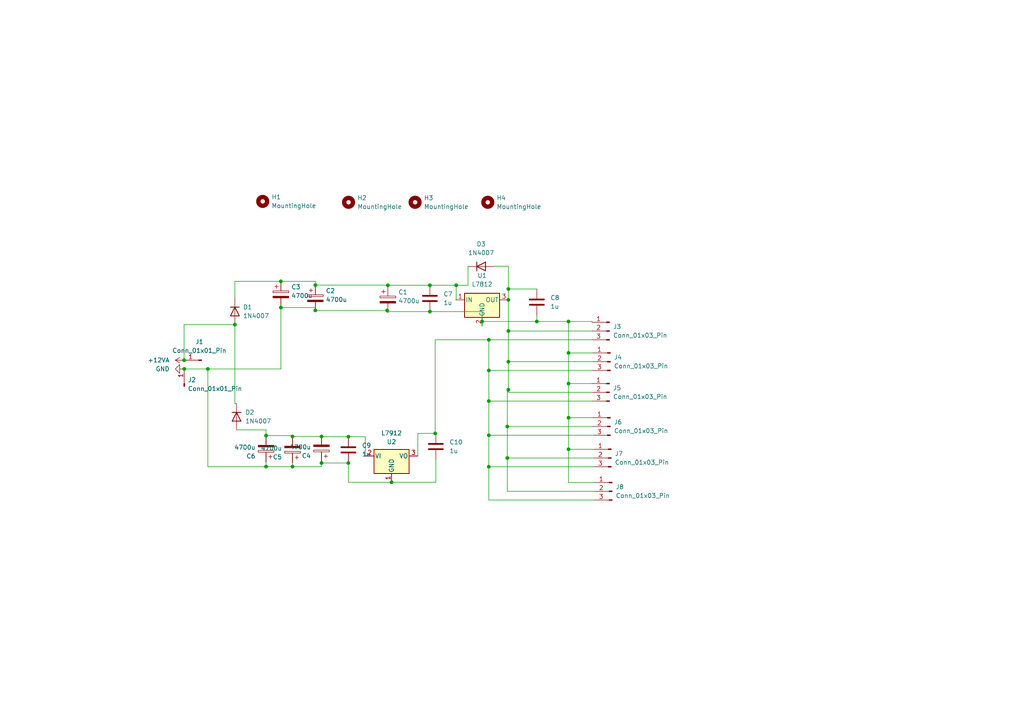
<source format=kicad_sch>
(kicad_sch (version 20230121) (generator eeschema)
  (paper "A4")
  (lib_symbols
    (symbol "Connector:Conn_01x01_Pin" (pin_names (offset 1.016) hide)
      (property "Reference" "J" (at 0 2.54 0))
      (property "Value" "Conn_01x01_Pin" (at 0 -2.54 0))
      (symbol "Conn_01x01_Pin_1_1"
        (polyline (pts (xy 1.27 0) (xy 0.8636 0)) (stroke (width 0.1524)))
        (rectangle (start 0.8636 0.127) (end 0 -0.127) (stroke (width 0.1524)) (fill (type outline)))
        (pin passive line (at 5.08 0 180) (length 3.81) (name "Pin_1") (number "1"))
      )
    )
    (symbol "Connector:Conn_01x03_Pin" (pin_names (offset 1.016) hide)
      (property "Reference" "J" (at 0 5.08 0))
      (property "Value" "Conn_01x03_Pin" (at 0 -5.08 0))
      (symbol "Conn_01x03_Pin_1_1"
        (polyline (pts (xy 1.27 -2.54) (xy 0.8636 -2.54)) (stroke (width 0.1524)))
        (polyline (pts (xy 1.27 0) (xy 0.8636 0)) (stroke (width 0.1524)))
        (polyline (pts (xy 1.27 2.54) (xy 0.8636 2.54)) (stroke (width 0.1524)))
        (rectangle (start 0.8636 -2.413) (end 0 -2.667) (stroke (width 0.1524)) (fill (type outline)))
        (rectangle (start 0.8636 0.127) (end 0 -0.127) (stroke (width 0.1524)) (fill (type outline)))
        (rectangle (start 0.8636 2.667) (end 0 2.413) (stroke (width 0.1524)) (fill (type outline)))
        (pin passive line (at 5.08 2.54 180) (length 3.81) (name "Pin_1") (number "1"))
        (pin passive line (at 5.08 0 180) (length 3.81) (name "Pin_2") (number "2"))
        (pin passive line (at 5.08 -2.54 180) (length 3.81) (name "Pin_3") (number "3"))
      )
    )
    (symbol "Device:C" (pin_numbers hide) (pin_names (offset 0.254))
      (property "Reference" "C" (at 0.635 2.54 0))
      (property "Value" "C" (at 0.635 -2.54 0))
      (symbol "C_0_1"
        (polyline (pts (xy -2.032 -0.762) (xy 2.032 -0.762)) (stroke (width 0.508)))
        (polyline (pts (xy -2.032 0.762) (xy 2.032 0.762)) (stroke (width 0.508)))
      )
      (symbol "C_1_1"
        (pin passive line (at 0 3.81 270) (length 2.794) (name "~") (number "1"))
        (pin passive line (at 0 -3.81 90) (length 2.794) (name "~") (number "2"))
      )
    )
    (symbol "Device:C_Polarized" (pin_numbers hide) (pin_names (offset 0.254))
      (property "Reference" "C" (at 0.635 2.54 0))
      (property "Value" "C_Polarized" (at 0.635 -2.54 0))
      (symbol "C_Polarized_0_1"
        (rectangle (start -2.286 0.508) (end 2.286 1.016))
        (polyline (pts (xy -1.778 2.286) (xy -0.762 2.286)))
        (polyline (pts (xy -1.27 2.794) (xy -1.27 1.778)))
        (rectangle (start 2.286 -0.508) (end -2.286 -1.016) (fill (type outline)))
      )
      (symbol "C_Polarized_1_1"
        (pin passive line (at 0 3.81 270) (length 2.794) (name "~") (number "1"))
        (pin passive line (at 0 -3.81 90) (length 2.794) (name "~") (number "2"))
      )
    )
    (symbol "Diode:1N4007" (pin_numbers hide) (pin_names hide)
      (property "Reference" "D" (at 0 2.54 0))
      (property "Value" "1N4007" (at 0 -2.54 0))
      (symbol "1N4007_0_1"
        (polyline (pts (xy -1.27 1.27) (xy -1.27 -1.27)) (stroke (width 0.254)))
        (polyline (pts (xy 1.27 0) (xy -1.27 0)))
        (polyline (pts (xy 1.27 1.27) (xy 1.27 -1.27) (xy -1.27 0) (xy 1.27 1.27)) (stroke (width 0.254)))
      )
      (symbol "1N4007_1_1"
        (pin passive line (at -3.81 0 0) (length 2.54) (name "K") (number "1"))
        (pin passive line (at 3.81 0 180) (length 2.54) (name "A") (number "2"))
      )
    )
    (symbol "Mechanical:MountingHole" (pin_names (offset 1.016))
      (property "Reference" "H" (at 0 5.08 0))
      (property "Value" "MountingHole" (at 0 3.175 0))
      (symbol "MountingHole_0_1"
        (circle (center 0 0) (radius 1.27) (stroke (width 1.27)))
      )
    )
    (symbol "Regulator_Linear:L7812" (pin_names (offset 0.254))
      (property "Reference" "U" (at -3.81 3.175 0))
      (property "Value" "L7812" (at 0 3.175 0))
      (symbol "L7812_0_1"
        (rectangle (start -5.08 1.905) (end 5.08 -5.08) (stroke (width 0.254)) (fill (type background)))
      )
      (symbol "L7812_1_1"
        (pin power_in line (at -7.62 0 0) (length 2.54) (name "IN") (number "1"))
        (pin power_in line (at 0 -7.62 90) (length 2.54) (name "GND") (number "2"))
        (pin power_out line (at 7.62 0 180) (length 2.54) (name "OUT") (number "3"))
      )
    )
    (symbol "Regulator_Linear:L7912" (pin_names (offset 0.254))
      (property "Reference" "U" (at -3.81 -3.175 0))
      (property "Value" "L7912" (at 0 -3.175 0))
      (symbol "L7912_0_1"
        (rectangle (start -5.08 5.08) (end 5.08 -1.905) (stroke (width 0.254)) (fill (type background)))
      )
      (symbol "L7912_1_1"
        (pin power_in line (at 0 7.62 270) (length 2.54) (name "GND") (number "1"))
        (pin power_in line (at -7.62 0 0) (length 2.54) (name "VI") (number "2"))
        (pin power_out line (at 7.62 0 180) (length 2.54) (name "VO") (number "3"))
      )
    )
    (symbol "power:+12VA" (power) (pin_names (offset 0))
      (property "Value" "+12VA" (at 0 3.556 0))
      (symbol "+12VA_0_1"
        (polyline (pts (xy -0.762 1.27) (xy 0 2.54)))
        (polyline (pts (xy 0 0) (xy 0 2.54)))
        (polyline (pts (xy 0 2.54) (xy 0.762 1.27)))
      )
      (symbol "+12VA_1_1"
        (pin power_in line (at 0 0 90) (length 0) hide (name "+12VA") (number "1"))
      )
    )
    (symbol "power:GND" (power) (pin_names (offset 0))
      (property "Value" "GND" (at 0 -3.81 0))
      (symbol "GND_0_1"
        (polyline (pts (xy 0 0) (xy 0 -1.27) (xy 1.27 -1.27) (xy 0 -2.54) (xy -1.27 -1.27) (xy 0 -1.27)))
      )
      (symbol "GND_1_1"
        (pin power_in line (at 0 0 270) (length 0) hide (name "GND") (number "1"))
      )
    )
  )
  (junction (at 164.8914 102.362))
  (junction (at 141.7807 126.238))
  (junction (at 126.2171 125.7046))
  (junction (at 112.4966 82.7324))
  (junction (at 101.0412 126.6698))
  (junction (at 77.1652 126.3396))
  (junction (at 93.2434 126.5936))
  (junction (at 147.447 83.82))
  (junction (at 164.8914 121.158))
  (junction (at 124.6886 90.3732))
  (junction (at 112.2744 90.0436))
  (junction (at 81.4578 89.2048))
  (junction (at 141.7807 135.382))
  (junction (at 139.827 93.2434))
  (junction (at 93.2434 134.2898))
  (junction (at 84.836 126.5936))
  (junction (at 141.7807 98.552))
  (junction (at 53.3908 104.4702))
  (junction (at 91.4654 90.0436))
  (junction (at 81.4578 81.5848))
  (junction (at 91.4654 82.7024))
  (junction (at 147.447 113.0395))
  (junction (at 60.2855 107.0102))
  (junction (at 141.7807 116.332))
  (junction (at 141.7807 107.442))
  (junction (at 68.1228 94.1578))
  (junction (at 53.4336 107.0102))
  (junction (at 164.8914 111.252))
  (junction (at 84.836 135.3414))
  (junction (at 164.8914 130.302))
  (junction (at 101.0412 134.2898))
  (junction (at 155.702 93.2434))
  (junction (at 77.1652 135.3414))
  (junction (at 147.447 86.9696))
  (junction (at 164.8914 93.2434))
  (junction (at 147.1304 132.842))
  (junction (at 113.5634 139.8778))
  (junction (at 132.3109 82.7324))
  (junction (at 147.447 96.012))
  (junction (at 147.1304 123.698))
  (junction (at 124.6886 82.7324))
  (junction (at 147.447 104.902))
  (wire (pts (xy 164.8914 121.158) (xy 164.8914 130.302)))
  (wire (pts (xy 112.2744 90.3732) (xy 112.2744 90.0436)))
  (wire (pts (xy 164.8914 111.252) (xy 171.704 111.252)))
  (wire (pts (xy 101.0412 134.2898) (xy 93.2434 134.2898)))
  (wire (pts (xy 147.447 104.902) (xy 171.958 104.902)))
  (wire (pts (xy 84.836 135.3414) (xy 93.2434 135.3414)))
  (wire (pts (xy 147.447 83.82) (xy 147.447 86.9696)))
  (wire (pts (xy 126.2171 125.7046) (xy 121.1834 125.7046)))
  (wire (pts (xy 101.0412 139.8778) (xy 101.0412 134.2898)))
  (wire (pts (xy 164.8914 139.954) (xy 172.466 139.954)))
  (wire (pts (xy 91.4654 81.5848) (xy 91.4654 82.7024)))
  (wire (pts (xy 139.827 93.2434) (xy 155.702 93.2434)))
  (wire (pts (xy 143.3576 77.2151) (xy 147.447 77.2151)))
  (wire (pts (xy 147.447 77.2151) (xy 147.447 83.82)))
  (wire (pts (xy 91.4654 90.0436) (xy 112.2744 90.0436)))
  (wire (pts (xy 132.3109 82.7324) (xy 135.7376 82.7324)))
  (wire (pts (xy 132.3109 86.9696) (xy 132.207 86.9696)))
  (wire (pts (xy 141.7807 116.332) (xy 141.7807 126.238)))
  (wire (pts (xy 147.1304 132.842) (xy 147.1304 142.494)))
  (wire (pts (xy 81.4578 89.2048) (xy 91.4654 89.2048)))
  (wire (pts (xy 113.5634 139.8778) (xy 101.0412 139.8778)))
  (wire (pts (xy 93.2434 126.5936) (xy 93.2434 126.6698)))
  (wire (pts (xy 53.3908 94.1578) (xy 68.1228 94.1578)))
  (wire (pts (xy 84.836 135.3414) (xy 84.836 134.2136)))
  (wire (pts (xy 164.8914 102.362) (xy 164.8914 111.252)))
  (wire (pts (xy 126.2171 98.552) (xy 126.2171 125.7046)))
  (wire (pts (xy 147.1304 142.494) (xy 172.466 142.494)))
  (wire (pts (xy 126.4158 139.8778) (xy 113.5634 139.8778)))
  (wire (pts (xy 147.1304 113.0395) (xy 147.1304 123.698)))
  (wire (pts (xy 68.1228 81.5848) (xy 81.4578 81.5848)))
  (wire (pts (xy 141.7807 98.552) (xy 141.7807 107.442)))
  (wire (pts (xy 139.827 90.3732) (xy 139.827 93.2434)))
  (wire (pts (xy 124.6886 90.3732) (xy 112.2744 90.3732)))
  (wire (pts (xy 93.2434 134.2898) (xy 93.2434 135.3414)))
  (wire (pts (xy 53.3908 94.1578) (xy 53.3908 104.4702)))
  (wire (pts (xy 77.1652 135.3414) (xy 77.1652 133.9596)))
  (wire (pts (xy 121.1834 125.7046) (xy 121.1834 132.2578)))
  (wire (pts (xy 77.1652 135.3414) (xy 84.836 135.3414)))
  (wire (pts (xy 93.2434 133.858) (xy 93.2434 134.2898)))
  (wire (pts (xy 141.7807 107.442) (xy 141.7807 116.332)))
  (wire (pts (xy 155.702 93.2434) (xy 164.8914 93.2434)))
  (wire (pts (xy 164.8914 130.302) (xy 172.212 130.302)))
  (wire (pts (xy 147.1304 123.698) (xy 147.1304 132.842)))
  (wire (pts (xy 164.8914 102.362) (xy 171.958 102.362)))
  (wire (pts (xy 60.2855 107.0102) (xy 60.2855 135.3414)))
  (wire (pts (xy 141.7807 98.552) (xy 171.704 98.552)))
  (wire (pts (xy 84.836 126.5936) (xy 93.2434 126.5936)))
  (wire (pts (xy 81.4578 107.0102) (xy 81.4578 89.2048)))
  (wire (pts (xy 112.2744 90.0436) (xy 112.4966 90.0436)))
  (wire (pts (xy 112.4966 82.7024) (xy 112.4966 82.7324)))
  (wire (pts (xy 139.827 90.3732) (xy 124.6886 90.3732)))
  (wire (pts (xy 101.0412 126.6698) (xy 105.9434 126.6698)))
  (wire (pts (xy 147.1304 132.842) (xy 172.212 132.842)))
  (wire (pts (xy 147.447 113.0395) (xy 147.447 113.792)))
  (wire (pts (xy 164.8914 93.2434) (xy 164.8914 102.362)))
  (wire (pts (xy 77.1652 124.6886) (xy 77.1652 126.3396)))
  (wire (pts (xy 147.447 96.012) (xy 171.704 96.012)))
  (wire (pts (xy 147.447 104.902) (xy 147.447 113.0395)))
  (wire (pts (xy 141.7807 126.238) (xy 171.958 126.238)))
  (wire (pts (xy 112.4966 82.7324) (xy 124.6886 82.7324)))
  (wire (pts (xy 91.4654 89.2048) (xy 91.4654 90.0436)))
  (wire (pts (xy 164.8914 121.158) (xy 171.958 121.158)))
  (wire (pts (xy 141.7807 145.034) (xy 172.466 145.034)))
  (wire (pts (xy 93.2434 126.6698) (xy 101.0412 126.6698)))
  (wire (pts (xy 141.7807 135.382) (xy 141.7807 145.034)))
  (wire (pts (xy 112.4966 90.0436) (xy 112.4966 90.7034)))
  (wire (pts (xy 171.704 93.2434) (xy 171.704 93.472)))
  (wire (pts (xy 132.3109 82.7324) (xy 132.3109 86.9696)))
  (wire (pts (xy 77.1652 126.3396) (xy 84.836 126.3396)))
  (wire (pts (xy 68.1228 94.1578) (xy 68.1228 117.0686)))
  (wire (pts (xy 126.2171 98.552) (xy 141.7807 98.552)))
  (wire (pts (xy 164.8914 93.2434) (xy 171.704 93.2434)))
  (wire (pts (xy 84.836 126.3396) (xy 84.836 126.5936)))
  (wire (pts (xy 139.827 93.2434) (xy 139.827 94.5896)))
  (wire (pts (xy 53.3908 107.0102) (xy 53.4336 107.0102)))
  (wire (pts (xy 60.2855 107.0102) (xy 81.4578 107.0102)))
  (wire (pts (xy 141.7807 126.238) (xy 141.7807 135.382)))
  (wire (pts (xy 147.447 86.9696) (xy 147.447 96.012)))
  (wire (pts (xy 124.6886 82.7324) (xy 124.6886 82.7532)))
  (wire (pts (xy 147.447 113.792) (xy 171.704 113.792)))
  (wire (pts (xy 68.1228 86.5378) (xy 68.1228 81.5848)))
  (wire (pts (xy 143.3576 77.2922) (xy 143.3576 77.2151)))
  (wire (pts (xy 141.7807 116.332) (xy 171.704 116.332)))
  (wire (pts (xy 126.4158 133.3246) (xy 126.4158 139.8778)))
  (wire (pts (xy 53.4336 107.0102) (xy 60.2855 107.0102)))
  (wire (pts (xy 147.1304 123.698) (xy 171.958 123.698)))
  (wire (pts (xy 155.702 83.82) (xy 147.447 83.82)))
  (wire (pts (xy 60.2855 135.3414) (xy 77.1652 135.3414)))
  (wire (pts (xy 91.4654 90.0436) (xy 91.4654 90.3224)))
  (wire (pts (xy 124.6886 82.7324) (xy 132.3109 82.7324)))
  (wire (pts (xy 93.2434 126.5936) (xy 93.2434 126.238)))
  (wire (pts (xy 81.4578 81.5848) (xy 91.4654 81.5848)))
  (wire (pts (xy 155.702 91.44) (xy 155.702 93.2434)))
  (wire (pts (xy 135.7376 82.7324) (xy 135.7376 77.2922)))
  (wire (pts (xy 164.8914 130.302) (xy 164.8914 139.954)))
  (wire (pts (xy 126.4158 125.7046) (xy 126.2171 125.7046)))
  (wire (pts (xy 141.7807 135.382) (xy 172.212 135.382)))
  (wire (pts (xy 91.4654 82.7024) (xy 112.4966 82.7024)))
  (wire (pts (xy 164.8914 111.252) (xy 164.8914 121.158)))
  (wire (pts (xy 147.447 96.012) (xy 147.447 104.902)))
  (wire (pts (xy 68.1228 117.0686) (xy 68.6054 117.0686)))
  (wire (pts (xy 147.1304 113.0395) (xy 147.447 113.0395)))
  (wire (pts (xy 141.7807 107.442) (xy 171.958 107.442)))
  (wire (pts (xy 105.9434 126.6698) (xy 105.9434 132.2578)))
  (wire (pts (xy 112.4966 82.7324) (xy 112.4966 83.0834)))
  (wire (pts (xy 68.6054 124.6886) (xy 77.1652 124.6886)))
  (symbol (lib_id "Connector:Conn_01x03_Pin") (at 177.292 132.842 0) (mirror y) (unit 1)
    (property "Reference" "J7" (at 178.308 131.572 0) (effects (justify right)))
    (property "Value" "Conn_01x03_Pin" (at 178.308 134.112 0) (effects (justify right)))
    (property "Footprint" "Connector_PinHeader_2.54mm:PinHeader_1x03_P2.54mm_Vertical" (effects hide))
  )
  (symbol (lib_id "Regulator_Linear:L7812") (at 139.827 86.9696 0) (unit 1)
    (property "Reference" "U1" (at 139.827 79.9084 0))
    (property "Value" "L7812" (at 139.827 82.4484 0))
    (property "Footprint" "Package_TO_SOT_THT:TO-220-3_Vertical" (effects hide))
    (property "Datasheet" "http://www.st.com/content/ccc/resource/technical/document/datasheet/41/4f/b3/b0/12/d4/47/88/CD00000444.pdf/files/CD00000444.pdf/jcr:content/translations/en.CD00000444.pdf" (effects hide))
  )
  (symbol (lib_id "Mechanical:MountingHole") (at 120.396 58.674 0) (unit 1)
    (property "Reference" "H3" (at 122.936 57.404 0) (effects (justify left)))
    (property "Value" "MountingHole" (at 122.936 59.944 0) (effects (justify left)))
    (property "Footprint" "MountingHole:MountingHole_2.5mm" (effects hide))
  )
  (symbol (lib_id "Connector:Conn_01x03_Pin") (at 177.546 142.494 0) (mirror y) (unit 1)
    (property "Reference" "J8" (at 178.562 141.224 0) (effects (justify right)))
    (property "Value" "Conn_01x03_Pin" (at 178.562 143.764 0) (effects (justify right)))
    (property "Footprint" "Connector_PinHeader_2.54mm:PinHeader_1x03_P2.54mm_Vertical" (effects hide))
  )
  (symbol (lib_id "Diode:1N4007") (at 139.5476 77.2922 0) (unit 1)
    (property "Reference" "D3" (at 139.5476 70.7898 0))
    (property "Value" "1N4007" (at 139.5476 73.3298 0))
    (property "Footprint" "Diode_THT:D_DO-41_SOD81_P10.16mm_Horizontal" (effects hide))
    (property "Datasheet" "http://www.vishay.com/docs/88503/1n4001.pdf" (effects hide))
    (property "Sim.Device" "D" (effects hide))
    (property "Sim.Pins" "1=K 2=A" (effects hide))
  )
  (symbol (lib_id "Mechanical:MountingHole") (at 141.478 58.674 0) (unit 1)
    (property "Reference" "H4" (at 144.018 57.404 0) (effects (justify left)))
    (property "Value" "MountingHole" (at 144.018 59.944 0) (effects (justify left)))
    (property "Footprint" "MountingHole:MountingHole_2.5mm" (effects hide))
  )
  (symbol (lib_id "Device:C_Polarized") (at 112.4966 86.8934 0) (unit 1)
    (property "Reference" "C1" (at 115.5192 84.7344 0) (effects (justify left)))
    (property "Value" "4700u" (at 115.5192 87.2744 0) (effects (justify left)))
    (property "Footprint" "Capacitor_THT:C_Radial_D18.0mm_H35.5mm_P7.50mm" (effects hide))
  )
  (symbol (lib_id "Diode:1N4007") (at 68.6054 120.8786 270) (unit 1)
    (property "Reference" "D2" (at 71.0946 119.6086 90) (effects (justify left)))
    (property "Value" "1N4007" (at 71.0946 122.1486 90) (effects (justify left)))
    (property "Footprint" "Diode_THT:D_DO-41_SOD81_P10.16mm_Horizontal" (effects hide))
    (property "Datasheet" "http://www.vishay.com/docs/88503/1n4001.pdf" (effects hide))
    (property "Sim.Device" "D" (effects hide))
    (property "Sim.Pins" "1=K 2=A" (effects hide))
  )
  (symbol (lib_id "Connector:Conn_01x03_Pin") (at 176.784 113.792 0) (mirror y) (unit 1)
    (property "Reference" "J5" (at 177.8 112.522 0) (effects (justify right)))
    (property "Value" "Conn_01x03_Pin" (at 177.8 115.062 0) (effects (justify right)))
    (property "Footprint" "Connector_PinHeader_2.54mm:PinHeader_1x03_P2.54mm_Vertical" (effects hide))
  )
  (symbol (lib_id "Diode:1N4007") (at 68.1228 90.3478 270) (unit 1)
    (property "Reference" "D1" (at 70.4596 89.0778 90) (effects (justify left)))
    (property "Value" "1N4007" (at 70.4596 91.6178 90) (effects (justify left)))
    (property "Footprint" "Diode_THT:D_DO-41_SOD81_P10.16mm_Horizontal" (effects hide))
    (property "Datasheet" "http://www.vishay.com/docs/88503/1n4001.pdf" (effects hide))
    (property "Sim.Device" "D" (effects hide))
    (property "Sim.Pins" "1=K 2=A" (effects hide))
  )
  (symbol (lib_id "power:+12VA") (at 53.3908 104.4702 90) (unit 1)
    (property "Reference" "#PWR01" (effects hide))
    (property "Value" "+12VA" (at 49.2052 104.4702 90) (effects (justify left)))
  )
  (symbol (lib_id "Regulator_Linear:L7912") (at 113.5634 132.2578 0) (mirror x) (unit 1)
    (property "Reference" "U2" (at 113.5634 128.1684 0))
    (property "Value" "L7912" (at 113.5634 125.6284 0))
    (property "Footprint" "Package_TO_SOT_THT:TO-220-3_Vertical" (effects hide))
    (property "Datasheet" "http://www.st.com/content/ccc/resource/technical/document/datasheet/c9/16/86/41/c7/2b/45/f2/CD00000450.pdf/files/CD00000450.pdf/jcr:content/translations/en.CD00000450.pdf" (effects hide))
  )
  (symbol (lib_id "Connector:Conn_01x01_Pin") (at 53.4336 112.0902 270) (mirror x) (unit 1)
    (property "Reference" "J2" (at 54.4715 110.1852 90) (effects (justify left)))
    (property "Value" "Conn_01x01_Pin" (at 54.4715 112.7252 90) (effects (justify left)))
    (property "Footprint" "Connector_PinHeader_2.54mm:PinHeader_1x01_P2.54mm_Vertical" (effects hide))
  )
  (symbol (lib_id "Mechanical:MountingHole") (at 76.2 58.42 0) (unit 1)
    (property "Reference" "H1" (at 78.74 57.15 0) (effects (justify left)))
    (property "Value" "MountingHole" (at 78.74 59.69 0) (effects (justify left)))
    (property "Footprint" "MountingHole:MountingHole_2.5mm" (effects hide))
  )
  (symbol (lib_id "Connector:Conn_01x03_Pin") (at 176.784 96.012 0) (mirror y) (unit 1)
    (property "Reference" "J3" (at 177.8 94.742 0) (effects (justify right)))
    (property "Value" "Conn_01x03_Pin" (at 177.8 97.282 0) (effects (justify right)))
    (property "Footprint" "Connector_PinHeader_2.54mm:PinHeader_1x03_P2.54mm_Vertical" (effects hide))
  )
  (symbol (lib_id "Device:C_Polarized") (at 93.2434 130.048 180) (unit 1)
    (property "Reference" "C4" (at 90.2208 132.207 0) (effects (justify left)))
    (property "Value" "4700u" (at 90.2208 129.667 0) (effects (justify left)))
    (property "Footprint" "Capacitor_THT:C_Radial_D18.0mm_H35.5mm_P7.50mm" (effects hide))
  )
  (symbol (lib_id "Connector:Conn_01x01_Pin") (at 58.4708 104.4702 0) (mirror y) (unit 1)
    (property "Reference" "J1" (at 57.8358 99.1362 0))
    (property "Value" "Conn_01x01_Pin" (at 57.8358 101.6762 0))
    (property "Footprint" "Connector_PinHeader_2.54mm:PinHeader_1x01_P2.54mm_Vertical" (effects hide))
  )
  (symbol (lib_id "Mechanical:MountingHole") (at 101.092 58.674 0) (unit 1)
    (property "Reference" "H2" (at 103.632 57.404 0) (effects (justify left)))
    (property "Value" "MountingHole" (at 103.632 59.944 0) (effects (justify left)))
    (property "Footprint" "MountingHole:MountingHole_2.5mm" (effects hide))
  )
  (symbol (lib_id "Device:C_Polarized") (at 84.836 130.4036 180) (unit 1)
    (property "Reference" "C5" (at 81.8134 132.5626 0) (effects (justify left)))
    (property "Value" "4700u" (at 81.8134 130.0226 0) (effects (justify left)))
    (property "Footprint" "Capacitor_THT:C_Radial_D18.0mm_H35.5mm_P7.50mm" (effects hide))
  )
  (symbol (lib_id "Device:C") (at 126.4158 129.5146 0) (unit 1)
    (property "Reference" "C10" (at 130.3274 128.2446 0) (effects (justify left)))
    (property "Value" "1u" (at 130.3274 130.7846 0) (effects (justify left)))
    (property "Footprint" "Capacitor_THT:C_Disc_D4.3mm_W1.9mm_P5.00mm" (effects hide))
  )
  (symbol (lib_id "Device:C_Polarized") (at 81.4578 85.3948 0) (unit 1)
    (property "Reference" "C3" (at 84.4804 83.2358 0) (effects (justify left)))
    (property "Value" "4700u" (at 84.4804 85.7758 0) (effects (justify left)))
    (property "Footprint" "Capacitor_THT:C_Radial_D18.0mm_H35.5mm_P7.50mm" (effects hide))
  )
  (symbol (lib_id "Device:C") (at 101.0412 130.4798 0) (unit 1)
    (property "Reference" "C9" (at 104.9528 129.2098 0) (effects (justify left)))
    (property "Value" "1u" (at 104.9528 131.7498 0) (effects (justify left)))
    (property "Footprint" "Capacitor_THT:C_Disc_D4.3mm_W1.9mm_P5.00mm" (effects hide))
  )
  (symbol (lib_id "Connector:Conn_01x03_Pin") (at 177.038 104.902 0) (mirror y) (unit 1)
    (property "Reference" "J4" (at 178.054 103.632 0) (effects (justify right)))
    (property "Value" "Conn_01x03_Pin" (at 178.054 106.172 0) (effects (justify right)))
    (property "Footprint" "Connector_PinHeader_2.54mm:PinHeader_1x03_P2.54mm_Vertical" (effects hide))
  )
  (symbol (lib_id "Device:C_Polarized") (at 77.1652 130.1496 180) (unit 1)
    (property "Reference" "C6" (at 74.1426 132.3086 0) (effects (justify left)))
    (property "Value" "4700u" (at 74.1426 129.7686 0) (effects (justify left)))
    (property "Footprint" "Capacitor_THT:C_Radial_D18.0mm_H35.5mm_P7.50mm" (effects hide))
  )
  (symbol (lib_id "Device:C") (at 155.702 87.63 0) (unit 1)
    (property "Reference" "C8" (at 159.6136 86.36 0) (effects (justify left)))
    (property "Value" "1u" (at 159.6136 88.9 0) (effects (justify left)))
    (property "Footprint" "Capacitor_THT:C_Disc_D4.3mm_W1.9mm_P5.00mm" (effects hide))
  )
  (symbol (lib_id "Connector:Conn_01x03_Pin") (at 177.038 123.698 0) (mirror y) (unit 1)
    (property "Reference" "J6" (at 178.054 122.428 0) (effects (justify right)))
    (property "Value" "Conn_01x03_Pin" (at 178.054 124.968 0) (effects (justify right)))
    (property "Footprint" "Connector_PinHeader_2.54mm:PinHeader_1x03_P2.54mm_Vertical" (effects hide))
  )
  (symbol (lib_id "Device:C_Polarized") (at 91.4654 86.5124 0) (unit 1)
    (property "Reference" "C2" (at 94.488 84.3534 0) (effects (justify left)))
    (property "Value" "4700u" (at 94.488 86.8934 0) (effects (justify left)))
    (property "Footprint" "Capacitor_THT:C_Radial_D18.0mm_H35.5mm_P7.50mm" (effects hide))
  )
  (symbol (lib_id "Device:C") (at 124.6886 86.5632 0) (unit 1)
    (property "Reference" "C7" (at 128.6002 85.2932 0) (effects (justify left)))
    (property "Value" "1u" (at 128.6002 87.8332 0) (effects (justify left)))
    (property "Footprint" "Capacitor_THT:C_Disc_D4.3mm_W1.9mm_P5.00mm" (effects hide))
  )
  (symbol (lib_id "power:GND") (at 53.3908 107.0102 270) (unit 1)
    (property "Reference" "#PWR02" (effects hide))
    (property "Value" "GND" (at 49.2052 107.0102 90) (effects (justify right)))
  )
)
</source>
